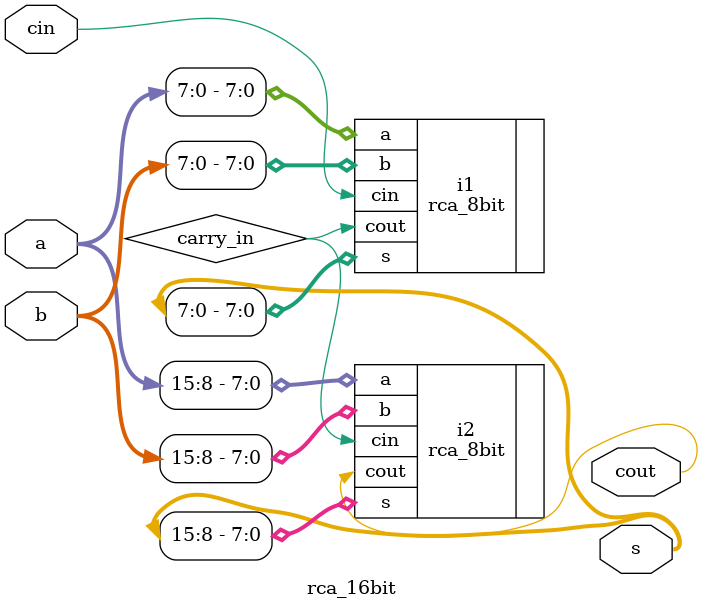
<source format=v>
`timescale 1ns / 1ps


module rca_16bit(a, b, cin, s, cout);
    input [15:0] a, b;
    input cin;
    output [15:0] s;
    output cout;
    
    wire carry_in;
    
    rca_8bit i1(.a(a[7:0]), .b(b[7:0]), .cin(cin), .s(s[7:0]), .cout(carry_in));
    rca_8bit i2(.a(a[15:8]), .b(b[15:8]), .cin(carry_in), .s(s[15:8]), .cout(cout));
    
endmodule

</source>
